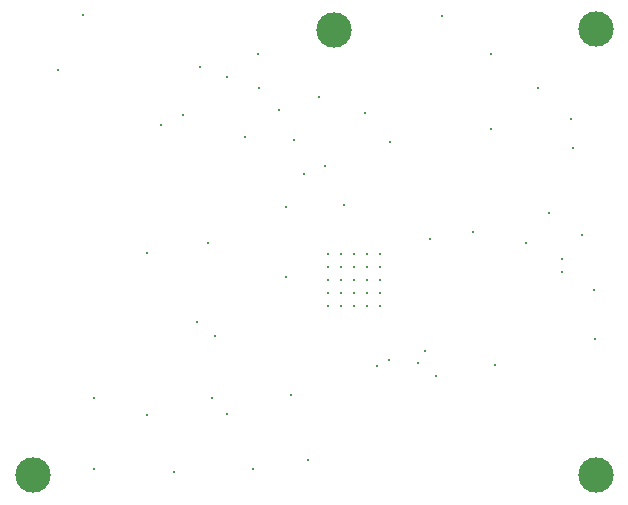
<source format=gbr>
%TF.GenerationSoftware,Altium Limited,Altium Designer,24.5.2 (23)*%
G04 Layer_Color=0*
%FSLAX45Y45*%
%MOMM*%
%TF.SameCoordinates,2BA89E6E-902A-415B-B0B5-23ADD7A02043*%
%TF.FilePolarity,Positive*%
%TF.FileFunction,Plated,1,2,PTH,Drill*%
%TF.Part,Single*%
G01*
G75*
%TA.AperFunction,OtherDrill,Pad Free-MH (97.3mm,109.2mm)*%
%ADD70C,3.00000*%
%TA.AperFunction,OtherDrill,Pad Free-MH (119.5mm,109.25mm)*%
%ADD71C,3.00000*%
%TA.AperFunction,OtherDrill,Pad Free-MH (119.5mm,71.5mm)*%
%ADD72C,3.00000*%
%TA.AperFunction,OtherDrill,Pad Free-MH1 (71.816mm,71.52mm)*%
%ADD73C,3.00000*%
%TA.AperFunction,ViaDrill,NotFilled*%
%ADD74C,0.30000*%
%ADD75C,0.20000*%
D70*
X9730000Y10920000D02*
D03*
D71*
X11950000Y10925000D02*
D03*
D72*
Y7150000D02*
D03*
D73*
X7181605Y7152000D02*
D03*
D74*
X8980000Y10010000D02*
D03*
X9270000Y10240000D02*
D03*
X8830000Y10520000D02*
D03*
X10205000Y9970000D02*
D03*
X8600000Y10610000D02*
D03*
X8457500Y10202500D02*
D03*
X9820000Y9440000D02*
D03*
X7610000Y11050000D02*
D03*
X7400000Y10580000D02*
D03*
X10600000Y7990000D02*
D03*
X10500000Y8200000D02*
D03*
X11100000Y8080000D02*
D03*
X10440000Y8100000D02*
D03*
X11830000Y9180000D02*
D03*
X10650000Y11040000D02*
D03*
X8670000Y9117500D02*
D03*
X11550000Y9370000D02*
D03*
X11457500Y10427500D02*
D03*
X9087500Y10715000D02*
D03*
X9605000Y10352500D02*
D03*
X9100000Y10430000D02*
D03*
X9392500Y9985000D02*
D03*
X8152500Y9030000D02*
D03*
X8147500Y7662500D02*
D03*
X8830000Y7665000D02*
D03*
X9365000Y7827500D02*
D03*
X7697500Y7807500D02*
D03*
X8697500Y7800000D02*
D03*
X11060000Y10720000D02*
D03*
Y10080000D02*
D03*
X10910000Y9210000D02*
D03*
X11360000Y9120000D02*
D03*
X11660000Y8870000D02*
D03*
Y8980000D02*
D03*
X11930000Y8720000D02*
D03*
X11940000Y8300000D02*
D03*
X10200000Y8125000D02*
D03*
X9475000Y9700000D02*
D03*
X9652500Y9765000D02*
D03*
X8375000Y7175000D02*
D03*
X7700000Y7200000D02*
D03*
X9050000D02*
D03*
X8725000Y8325000D02*
D03*
X8575000Y8450000D02*
D03*
X10547500Y9150000D02*
D03*
X9325000Y9425000D02*
D03*
X10100000Y8075000D02*
D03*
X9325000Y8825000D02*
D03*
X9997500Y10217500D02*
D03*
X9515000Y7277500D02*
D03*
X11760000Y9920000D02*
D03*
X11740000Y10167500D02*
D03*
X8267500Y10117500D02*
D03*
D75*
X9680000Y9020000D02*
D03*
X9790000D02*
D03*
X9900000D02*
D03*
X10010000D02*
D03*
X10120000D02*
D03*
X9680000Y8910000D02*
D03*
X9790000D02*
D03*
X9900000D02*
D03*
X10010000D02*
D03*
X10120000D02*
D03*
X9680000Y8800000D02*
D03*
X9790000D02*
D03*
X9900000D02*
D03*
X10010000D02*
D03*
X10120000D02*
D03*
X9680000Y8690000D02*
D03*
X9790000D02*
D03*
X9900000D02*
D03*
X10010000D02*
D03*
X10120000D02*
D03*
X9680000Y8580000D02*
D03*
X9790000D02*
D03*
X9900000D02*
D03*
X10010000D02*
D03*
X10120000D02*
D03*
%TF.MD5,f0b67e67de54e60ab0a5fcc453ee06d4*%
M02*

</source>
